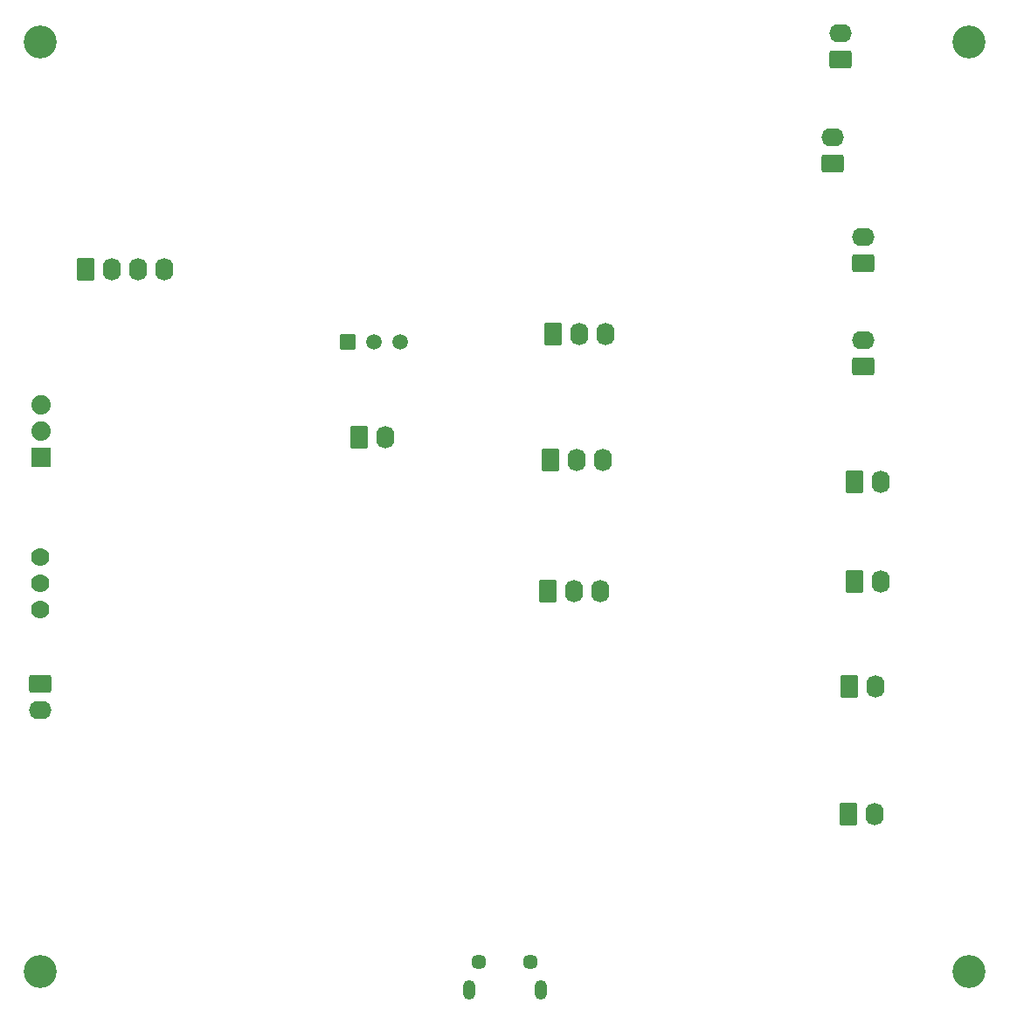
<source format=gbr>
%TF.GenerationSoftware,KiCad,Pcbnew,8.0.8*%
%TF.CreationDate,2025-03-29T16:04:27-05:00*%
%TF.ProjectId,ECE 445 PCBWay Order 4,45434520-3434-4352-9050-434257617920,rev?*%
%TF.SameCoordinates,Original*%
%TF.FileFunction,Soldermask,Bot*%
%TF.FilePolarity,Negative*%
%FSLAX46Y46*%
G04 Gerber Fmt 4.6, Leading zero omitted, Abs format (unit mm)*
G04 Created by KiCad (PCBNEW 8.0.8) date 2025-03-29 16:04:27*
%MOMM*%
%LPD*%
G01*
G04 APERTURE LIST*
G04 Aperture macros list*
%AMRoundRect*
0 Rectangle with rounded corners*
0 $1 Rounding radius*
0 $2 $3 $4 $5 $6 $7 $8 $9 X,Y pos of 4 corners*
0 Add a 4 corners polygon primitive as box body*
4,1,4,$2,$3,$4,$5,$6,$7,$8,$9,$2,$3,0*
0 Add four circle primitives for the rounded corners*
1,1,$1+$1,$2,$3*
1,1,$1+$1,$4,$5*
1,1,$1+$1,$6,$7*
1,1,$1+$1,$8,$9*
0 Add four rect primitives between the rounded corners*
20,1,$1+$1,$2,$3,$4,$5,0*
20,1,$1+$1,$4,$5,$6,$7,0*
20,1,$1+$1,$6,$7,$8,$9,0*
20,1,$1+$1,$8,$9,$2,$3,0*%
G04 Aperture macros list end*
%ADD10RoundRect,0.250000X-0.620000X-0.845000X0.620000X-0.845000X0.620000X0.845000X-0.620000X0.845000X0*%
%ADD11O,1.740000X2.190000*%
%ADD12C,1.879600*%
%ADD13R,1.879600X1.879600*%
%ADD14C,1.778000*%
%ADD15RoundRect,0.102000X-0.649000X-0.649000X0.649000X-0.649000X0.649000X0.649000X-0.649000X0.649000X0*%
%ADD16C,1.502000*%
%ADD17RoundRect,0.250000X0.845000X-0.620000X0.845000X0.620000X-0.845000X0.620000X-0.845000X-0.620000X0*%
%ADD18O,2.190000X1.740000*%
%ADD19RoundRect,0.250000X-0.845000X0.620000X-0.845000X-0.620000X0.845000X-0.620000X0.845000X0.620000X0*%
%ADD20O,1.200000X1.900000*%
%ADD21C,1.450000*%
%ADD22C,3.200000*%
G04 APERTURE END LIST*
D10*
%TO.C,J14*%
X135890000Y-83312000D03*
D11*
X138430000Y-83312000D03*
%TD*%
D12*
%TO.C,U6*%
X105029000Y-80137000D03*
X105029000Y-82677000D03*
D13*
X105029000Y-85217000D03*
%TD*%
D14*
%TO.C,U5*%
X105000000Y-100000000D03*
X105000000Y-97460000D03*
X105000000Y-94920000D03*
%TD*%
D15*
%TO.C,Q1*%
X134747000Y-74041000D03*
D16*
X137287000Y-74041000D03*
X139827000Y-74041000D03*
%TD*%
D17*
%TO.C,J15*%
X184678000Y-76454000D03*
D18*
X184678000Y-73914000D03*
%TD*%
D10*
%TO.C,J13*%
X154686000Y-73279000D03*
D11*
X157226000Y-73279000D03*
X159766000Y-73279000D03*
%TD*%
D10*
%TO.C,J12*%
X154432000Y-85471000D03*
D11*
X156972000Y-85471000D03*
X159512000Y-85471000D03*
%TD*%
D10*
%TO.C,J11*%
X154178000Y-98171000D03*
D11*
X156718000Y-98171000D03*
X159258000Y-98171000D03*
%TD*%
D10*
%TO.C,J10*%
X183896000Y-87630000D03*
D11*
X186436000Y-87630000D03*
%TD*%
D10*
%TO.C,J9*%
X183388000Y-107442000D03*
D11*
X185928000Y-107442000D03*
%TD*%
D10*
%TO.C,J8*%
X183896000Y-97282000D03*
D11*
X186436000Y-97282000D03*
%TD*%
D10*
%TO.C,J7*%
X183261000Y-119761000D03*
D11*
X185801000Y-119761000D03*
%TD*%
D17*
%TO.C,J6*%
X182499000Y-46736000D03*
D18*
X182499000Y-44196000D03*
%TD*%
D17*
%TO.C,J5*%
X184678000Y-66454000D03*
D18*
X184678000Y-63914000D03*
%TD*%
D17*
%TO.C,J4*%
X181737000Y-56769000D03*
D18*
X181737000Y-54229000D03*
%TD*%
D19*
%TO.C,J3*%
X105000000Y-107188000D03*
D18*
X105000000Y-109728000D03*
%TD*%
D20*
%TO.C,J2*%
X146500000Y-136779000D03*
D21*
X147500000Y-134079000D03*
X152500000Y-134079000D03*
D20*
X153500000Y-136779000D03*
%TD*%
D10*
%TO.C,J1*%
X109347000Y-67056000D03*
D11*
X111887000Y-67056000D03*
X114427000Y-67056000D03*
X116967000Y-67056000D03*
%TD*%
D22*
%TO.C,H4*%
X195000000Y-135000000D03*
%TD*%
%TO.C,H3*%
X105000000Y-135000000D03*
%TD*%
%TO.C,H2*%
X105000000Y-45000000D03*
%TD*%
%TO.C,H1*%
X195000000Y-45000000D03*
%TD*%
M02*

</source>
